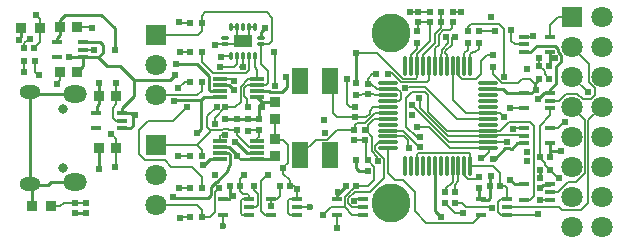
<source format=gbl>
%FSLAX44Y44*%
%MOMM*%
G71*
G01*
G75*
G04 Layer_Physical_Order=4*
G04 Layer_Color=16711680*
%ADD10R,0.7620X0.7620*%
%ADD11R,0.5000X0.2000*%
%ADD12R,0.7620X0.7620*%
%ADD13R,0.3000X0.3000*%
%ADD14R,1.3000X0.4500*%
%ADD15R,2.7940X0.7366*%
%ADD16R,0.6200X0.5700*%
%ADD17C,0.1500*%
%ADD18C,0.2540*%
%ADD19C,0.1524*%
%ADD20C,0.2000*%
%ADD21O,2.0000X1.4500*%
%ADD22O,1.8000X1.1500*%
%ADD23C,0.8000*%
%ADD24C,1.8000*%
%ADD25R,1.8000X1.8000*%
%ADD26C,1.8000*%
%ADD27R,1.8000X1.8000*%
%ADD28C,0.6100*%
%ADD29C,0.6000*%
%ADD30C,3.3000*%
%ADD31R,0.6000X0.5500*%
%ADD32R,0.9500X0.9500*%
%ADD33R,0.5500X0.6000*%
%ADD34R,0.9500X0.9500*%
%ADD35R,0.8500X0.3500*%
%ADD36R,1.5000X1.0000*%
%ADD37O,0.8000X0.3000*%
%ADD38O,0.3000X0.8000*%
%ADD39R,1.2500X0.3000*%
%ADD40O,0.3500X1.7500*%
%ADD41O,1.7500X0.3500*%
%ADD42R,0.9700X0.9600*%
%ADD43R,0.5700X0.6200*%
%ADD44R,1.4000X2.2000*%
%ADD45C,0.2032*%
D16*
X1675250Y1261050D02*
D03*
Y1251450D02*
D03*
X1684750Y1261050D02*
D03*
Y1251450D02*
D03*
X1632250D02*
D03*
Y1261050D02*
D03*
X1664480Y1115500D02*
D03*
Y1125100D02*
D03*
X1655730Y1115500D02*
D03*
Y1125100D02*
D03*
X1498250Y1177200D02*
D03*
Y1186800D02*
D03*
X1479417Y1177200D02*
D03*
Y1186800D02*
D03*
X1470000Y1196550D02*
D03*
Y1186950D02*
D03*
X1488833Y1196550D02*
D03*
Y1186950D02*
D03*
X1580250Y1207450D02*
D03*
Y1217050D02*
D03*
X1696500Y1231200D02*
D03*
Y1240800D02*
D03*
X1684750Y1127950D02*
D03*
Y1137550D02*
D03*
D17*
X1662250Y1277750D02*
X1669500D01*
X1661750Y1268750D02*
X1662250Y1269250D01*
X1661750Y1263500D02*
Y1268750D01*
X1660000Y1261750D02*
X1661750Y1263500D01*
X1654250Y1261750D02*
X1660000D01*
X1650500Y1258000D02*
X1654250Y1261750D01*
X1647730Y1259147D02*
X1652550Y1263967D01*
Y1269250D01*
X1647730Y1251480D02*
Y1259147D01*
X1637250Y1241000D02*
X1647730Y1251480D01*
X1650500Y1249750D02*
Y1258000D01*
X1637250Y1231750D02*
Y1241000D01*
X1647250Y1246500D02*
X1650500Y1249750D01*
X1647250Y1231750D02*
Y1246500D01*
X1712000Y1252780D02*
Y1261750D01*
Y1252780D02*
X1714750Y1250030D01*
X1709750Y1184500D02*
X1727750D01*
X1575500Y1196750D02*
X1580000D01*
X1572827Y1199423D02*
X1575500Y1196750D01*
X1572827Y1199423D02*
Y1221060D01*
X1659417Y1167000D02*
X1692000D01*
X1659415Y1167002D02*
X1659417Y1167000D01*
X1659415Y1167002D02*
Y1167473D01*
X1660500Y1162000D02*
X1692000D01*
X1642250Y1180250D02*
X1660500Y1162000D01*
X1632250Y1180250D02*
X1642250D01*
X1628079Y1198809D02*
X1659415Y1167473D01*
X1658805Y1172000D02*
X1692000D01*
X1634750Y1196055D02*
X1658805Y1172000D01*
X1657723Y1177000D02*
X1692000D01*
X1641730Y1192993D02*
X1657723Y1177000D01*
X1665750Y1187000D02*
X1692000D01*
X1634750Y1196055D02*
Y1204250D01*
X1618270Y1203520D02*
Y1209230D01*
X1634250Y1204750D02*
X1634750Y1204250D01*
X1702250Y1192000D02*
X1705500Y1188750D01*
X1692000Y1192000D02*
X1702250D01*
X1352000Y1116000D02*
X1352000Y1116000D01*
X1342500Y1116000D02*
X1352000D01*
X1570910Y1120827D02*
X1575363Y1125280D01*
X1570910Y1112090D02*
X1577270Y1105730D01*
X1579360Y1125280D02*
X1592280D01*
X1576850Y1112230D02*
X1586230D01*
X1573680Y1119600D02*
X1579360Y1125280D01*
X1573680Y1115400D02*
X1576850Y1112230D01*
X1570910Y1112090D02*
Y1120827D01*
X1573680Y1115400D02*
Y1119600D01*
X1578750Y1117500D02*
X1579980Y1118730D01*
X1586230D01*
X1576897Y1126770D02*
X1580320Y1130193D01*
X1576853Y1126770D02*
X1576897D01*
X1576590Y1126507D02*
X1576853Y1126770D01*
X1576590Y1126463D02*
Y1126507D01*
X1575407Y1125280D02*
X1576590Y1126463D01*
X1575363Y1125280D02*
X1575407D01*
X1592280D02*
X1604000Y1137000D01*
X1577270Y1105730D02*
X1586230D01*
X1580320Y1130193D02*
Y1130300D01*
X1590800D01*
X1616750Y1202000D02*
X1618270Y1203520D01*
X1607500Y1202000D02*
X1616750D01*
X1615500Y1212000D02*
X1618270Y1209230D01*
X1607500Y1212000D02*
X1615500D01*
X1590500Y1216750D02*
X1593250D01*
X1598000Y1212000D01*
X1607500D01*
X1572827Y1221060D02*
X1573687Y1221920D01*
X1632250Y1147250D02*
Y1156750D01*
X1677250Y1147250D02*
Y1157000D01*
X1676230Y1158020D02*
X1677250Y1157000D01*
X1735830Y1231670D02*
X1740250Y1227250D01*
Y1224817D02*
Y1227250D01*
Y1224817D02*
X1744330Y1220737D01*
Y1220630D02*
Y1220737D01*
X1735830Y1231670D02*
Y1231780D01*
X1736330Y1154170D02*
X1740750Y1149750D01*
Y1147617D02*
Y1149750D01*
Y1147617D02*
X1744830Y1143537D01*
Y1143430D02*
Y1143537D01*
X1736330Y1154170D02*
Y1154580D01*
X1620250Y1135250D02*
X1630500Y1125000D01*
X1613250Y1135250D02*
X1620250D01*
X1607500Y1141000D02*
X1613250Y1135250D01*
X1630500Y1108500D02*
Y1125000D01*
X1702240Y1130300D02*
Y1141260D01*
X1701000Y1108250D02*
Y1116750D01*
Y1108250D02*
X1703520Y1105730D01*
X1708150D01*
X1701000Y1116750D02*
X1702980Y1118730D01*
X1708150D01*
X1708500Y1119080D01*
X1736000Y1118000D02*
X1736430Y1118430D01*
X1745080D01*
X1713250Y1178250D02*
X1714247Y1179247D01*
X1722580D01*
X1702250Y1177000D02*
X1709750Y1184500D01*
X1692000Y1177000D02*
X1702250D01*
X1511250Y1243500D02*
X1512000Y1242750D01*
Y1215000D02*
Y1242750D01*
X1311500Y1224250D02*
X1312500D01*
X1309090Y1226660D02*
X1311500Y1224250D01*
X1309090Y1226660D02*
Y1235710D01*
X1303250Y1254500D02*
X1304750D01*
X1299750Y1251000D02*
X1303250Y1254500D01*
X1299750Y1246750D02*
Y1251000D01*
X1349250Y1245500D02*
X1358750D01*
X1359000Y1245250D01*
X1313150Y1251650D02*
Y1263500D01*
X1308250Y1246750D02*
X1313150Y1251650D01*
X1333000Y1116000D02*
X1342500D01*
X1329750Y1112750D02*
X1333000Y1116000D01*
X1322150Y1112750D02*
X1329750D01*
X1377580Y1162090D02*
Y1170170D01*
X1374000Y1173750D02*
X1377580Y1170170D01*
X1373000Y1173750D02*
X1374000D01*
X1377580Y1146830D02*
Y1162090D01*
X1482530Y1136030D02*
X1485750Y1139250D01*
X1482530Y1130300D02*
Y1136030D01*
Y1125470D02*
X1484500Y1123500D01*
X1482530Y1125470D02*
Y1130300D01*
X1484500Y1123500D02*
X1488500D01*
X1489710Y1122290D01*
Y1118870D02*
Y1122290D01*
X1484120Y1105870D02*
X1484125Y1105875D01*
X1483000Y1107000D02*
X1484125Y1105875D01*
X1483000Y1107000D02*
Y1117500D01*
X1484120Y1105870D02*
X1489710D01*
X1483000Y1117500D02*
X1484370Y1118870D01*
X1489710D01*
X1524440Y1130300D02*
Y1135060D01*
X1519000Y1140500D02*
X1524440Y1135060D01*
X1519000Y1140500D02*
Y1145250D01*
X1508350Y1118870D02*
X1508480Y1119000D01*
X1513750D01*
X1515940Y1121190D01*
Y1130300D01*
X1523000Y1117750D02*
X1524120Y1118870D01*
X1523000Y1107250D02*
Y1117750D01*
Y1107250D02*
X1524380Y1105870D01*
X1530350D01*
X1524120Y1118870D02*
X1530350D01*
Y1127900D01*
X1527950Y1130300D02*
X1530350Y1127900D01*
X1524440Y1130300D02*
X1527950D01*
X1519000Y1145250D02*
Y1145750D01*
X1522750Y1149500D01*
Y1165000D01*
X1518500Y1169250D02*
X1522750Y1165000D01*
X1512250Y1169250D02*
X1518500D01*
X1511750Y1169750D02*
X1512250Y1169250D01*
X1511750Y1169750D02*
Y1186500D01*
X1476250Y1220250D02*
X1477250Y1219250D01*
X1465210Y1220250D02*
X1476250D01*
X1460750Y1249750D02*
X1461000Y1250000D01*
X1470000D01*
X1480000Y1257500D02*
X1485000Y1252500D01*
X1480000Y1257500D02*
Y1265000D01*
X1485000Y1252500D02*
X1490000Y1257500D01*
Y1265000D01*
X1475000D02*
X1480000D01*
X1490000D02*
X1495000D01*
X1482500Y1250000D02*
X1485000Y1252500D01*
X1470000Y1250000D02*
X1482500D01*
X1377580Y1206500D02*
Y1217420D01*
Y1199080D02*
Y1206500D01*
X1375000Y1196500D02*
X1377580Y1199080D01*
X1375000Y1188000D02*
Y1196500D01*
Y1188000D02*
X1377500Y1185500D01*
X1382500D01*
X1327000Y1216500D02*
X1330000Y1219500D01*
Y1227000D01*
X1299490Y1226760D02*
X1299500Y1226750D01*
X1299490Y1226760D02*
Y1235710D01*
X1299750Y1235970D01*
X1356500Y1264500D02*
X1356750Y1264250D01*
X1344500Y1264500D02*
X1356500D01*
X1310000Y1275000D02*
X1313150Y1271850D01*
Y1263500D02*
Y1271850D01*
X1462571Y1196558D02*
Y1197308D01*
X1465500Y1231000D02*
X1477250D01*
X1482250D02*
X1485000Y1233750D01*
Y1240000D01*
X1466000Y1239250D02*
X1466750Y1240000D01*
X1475000D01*
X1490000Y1228250D02*
Y1240000D01*
X1402000Y1151750D02*
X1418500D01*
X1470000Y1196550D02*
X1478050D01*
X1449800Y1210800D02*
Y1218500D01*
X1446202Y1207202D02*
X1449800Y1210800D01*
X1396500Y1157250D02*
Y1177250D01*
Y1157250D02*
X1402000Y1151750D01*
X1418500D02*
X1424000Y1146250D01*
X1441250D01*
X1449800Y1137700D01*
Y1128750D02*
Y1137700D01*
Y1243500D02*
X1450050Y1243250D01*
X1495000Y1230500D02*
Y1240000D01*
X1509750Y1252500D02*
Y1272250D01*
X1505000Y1277000D02*
X1509750Y1272250D01*
X1453000Y1277000D02*
X1505000D01*
X1449800Y1268250D02*
Y1273800D01*
X1453000Y1277000D01*
X1507250Y1250000D02*
X1509750Y1252500D01*
X1500000Y1250000D02*
X1507250D01*
X1500000Y1233250D02*
X1506000Y1227250D01*
Y1217000D02*
Y1227250D01*
X1504250Y1215250D02*
X1506000Y1217000D01*
X1496790Y1215250D02*
X1504250D01*
X1500000Y1233250D02*
Y1250000D01*
X1449800Y1103500D02*
Y1109950D01*
X1445550Y1114200D02*
X1449800Y1109950D01*
X1411054Y1114200D02*
X1445550D01*
X1411054Y1165000D02*
X1445750D01*
X1449800Y1160950D01*
Y1155750D02*
Y1160950D01*
X1411054Y1258002D02*
X1411056Y1258000D01*
X1446500D01*
X1449800Y1261300D01*
Y1268250D01*
X1430500Y1268500D02*
X1430750Y1268250D01*
X1440200D01*
X1431250Y1243500D02*
X1440200D01*
X1439700Y1155250D02*
X1440200Y1155750D01*
X1429750Y1155250D02*
X1439700D01*
X1430750Y1128750D02*
X1440200D01*
X1431500Y1103000D02*
X1432000Y1103500D01*
X1440200D01*
X1464250Y1128000D02*
X1464500D01*
X1461250Y1125000D02*
X1464250Y1128000D01*
X1461250Y1108000D02*
Y1125000D01*
X1456750Y1103500D02*
X1461250Y1108000D01*
X1449800Y1103500D02*
X1456750D01*
X1677750Y1267250D02*
X1701500D01*
X1675250Y1264750D02*
X1677750Y1267250D01*
X1675250Y1261050D02*
Y1264750D01*
X1684750Y1261050D02*
X1684800Y1261000D01*
X1698250D01*
X1695000Y1112000D02*
X1695250Y1111750D01*
X1662250Y1133750D02*
Y1147250D01*
X1667250Y1134000D02*
Y1147250D01*
X1489450Y1177200D02*
X1498250D01*
X1488750Y1176500D02*
X1489450Y1177200D01*
X1607500Y1225750D02*
X1607750Y1225500D01*
X1611332D01*
X1642250Y1219500D02*
Y1231750D01*
X1488520Y1196863D02*
X1488833Y1196550D01*
X1496790Y1167750D02*
Y1170290D01*
X1498250Y1171750D01*
Y1177200D01*
X1647250Y1231750D02*
X1647770Y1232270D01*
X1675250Y1245500D02*
Y1251450D01*
X1672250Y1242500D02*
X1675250Y1245500D01*
X1684250Y1250950D02*
X1684750Y1251450D01*
X1684250Y1246250D02*
Y1250950D01*
X1681500Y1243500D02*
X1684250Y1246250D01*
X1679250Y1243500D02*
X1681500D01*
X1677250Y1241500D02*
X1679250Y1243500D01*
X1677250Y1231750D02*
Y1241500D01*
X1620500Y1177000D02*
X1634250Y1163250D01*
X1607500Y1141000D02*
Y1162000D01*
X1556270Y1169270D02*
X1564250Y1177250D01*
X1561000Y1191500D02*
Y1211750D01*
Y1191500D02*
X1564250Y1188250D01*
X1580000D01*
X1596000Y1187000D02*
X1607500D01*
X1588250Y1183250D02*
X1597000Y1192000D01*
X1607500D01*
X1580000Y1188250D02*
X1589250D01*
X1592000Y1191000D01*
Y1193750D01*
X1595250Y1197000D01*
X1607500D01*
X1580250Y1207450D02*
X1580700Y1207000D01*
X1584750D01*
X1586000Y1208250D01*
X1590500D01*
X1590500Y1208250D01*
X1595000D01*
X1596250Y1207000D01*
X1607500D01*
X1627250Y1231750D02*
Y1241250D01*
X1672250Y1231750D02*
Y1242500D01*
X1621583Y1172000D02*
X1624750Y1168833D01*
Y1162500D02*
Y1168833D01*
X1607500Y1172000D02*
X1621583D01*
X1634250Y1162000D02*
Y1163250D01*
X1607500Y1177000D02*
X1620500D01*
X1624750Y1162500D02*
X1625250Y1162000D01*
X1493750Y1126750D02*
X1497500Y1123000D01*
X1495620Y1112370D02*
X1497500Y1114250D01*
X1489710Y1112370D02*
X1495620D01*
X1493750Y1126750D02*
Y1130250D01*
X1503630Y1105870D02*
X1508350D01*
X1500500Y1109000D02*
X1503630Y1105870D01*
X1505500Y1139500D02*
X1506250D01*
X1500500Y1134500D02*
X1505500Y1139500D01*
X1607250Y1167250D02*
X1607500Y1167000D01*
X1723043Y1195750D02*
X1723080Y1195713D01*
X1711000Y1195750D02*
X1723043D01*
X1707750Y1166750D02*
X1708000D01*
X1707500Y1167000D02*
X1707750Y1166750D01*
X1692000Y1167000D02*
X1707500D01*
X1722327Y1173000D02*
X1722580Y1172747D01*
X1467710Y1105870D02*
X1467750Y1105830D01*
Y1096500D02*
Y1105830D01*
X1530350Y1112370D02*
X1530480Y1112500D01*
X1541750D01*
X1564230Y1105730D02*
X1564500Y1105460D01*
Y1094750D02*
Y1105460D01*
X1744580Y1256530D02*
X1744860Y1256250D01*
X1478050Y1196550D02*
X1482750Y1201250D01*
X1590500Y1216750D02*
Y1221000D01*
X1594250Y1224750D01*
X1597750D01*
X1580500Y1243000D02*
X1598250D01*
X1630980Y1220980D02*
X1632250Y1222250D01*
Y1231750D01*
X1580000Y1177250D02*
Y1181500D01*
X1581750Y1183250D01*
X1588250D01*
X1564250Y1177250D02*
X1580000D01*
Y1168750D02*
X1580000Y1168750D01*
X1598250Y1243000D02*
X1620270Y1220980D01*
X1630980D01*
X1611332Y1225500D02*
X1618622Y1218210D01*
X1632000Y1171250D02*
X1634500D01*
X1632250Y1156750D02*
X1633520Y1158020D01*
X1676230D01*
X1589000Y1153050D02*
X1590300Y1151750D01*
X1589000Y1153050D02*
Y1168750D01*
X1580000D02*
X1589000D01*
X1590750Y1181750D02*
X1596000Y1187000D01*
X1559340Y1112090D02*
X1570910D01*
X1552750Y1105500D02*
X1559340Y1112090D01*
X1590300Y1151700D02*
Y1151750D01*
X1590800Y1130300D02*
X1595750Y1135250D01*
Y1146250D01*
X1590300Y1151700D02*
X1595750Y1146250D01*
X1588500Y1177250D02*
X1588607D01*
X1596730Y1160439D02*
Y1163562D01*
X1588607Y1177250D02*
X1593960Y1171897D01*
Y1159291D02*
Y1171897D01*
Y1159291D02*
X1598250Y1155001D01*
X1596730Y1163562D02*
X1600418Y1167250D01*
X1607250D01*
X1598250Y1151000D02*
X1598500D01*
X1598750Y1151250D01*
X1600849Y1156320D02*
X1600850D01*
X1596730Y1160439D02*
X1600849Y1156320D01*
X1600850D02*
X1604000Y1153170D01*
Y1137000D02*
Y1153170D01*
X1590750Y1177250D02*
Y1181750D01*
X1639250Y1213500D02*
X1665750Y1187000D01*
X1641730Y1192993D02*
Y1206770D01*
X1625000Y1213500D02*
X1639250D01*
X1627820Y1209820D02*
X1638680D01*
X1641730Y1206770D01*
X1622930Y1204930D02*
X1627820Y1209820D01*
X1622930Y1180320D02*
X1632000Y1171250D01*
X1622930Y1180320D02*
Y1204930D01*
X1598250Y1151000D02*
Y1155001D01*
X1497500Y1114250D02*
Y1123000D01*
X1500500Y1109000D02*
Y1134500D01*
X1508350Y1112900D02*
Y1118870D01*
Y1112900D02*
X1508500Y1112750D01*
X1449800Y1235450D02*
Y1243500D01*
Y1235450D02*
X1459750Y1225500D01*
X1435511Y1218500D02*
X1440200D01*
X1430070Y1213059D02*
X1435511Y1218500D01*
X1377500Y1217500D02*
X1377580Y1217420D01*
X1396500Y1177250D02*
X1404250Y1185000D01*
X1425250D01*
X1495000Y1230500D02*
X1497000Y1228500D01*
X1496790Y1220250D02*
X1497000Y1220460D01*
X1477250Y1231000D02*
X1480000Y1233750D01*
Y1240000D01*
X1497000Y1220460D02*
Y1228500D01*
X1459750Y1225500D02*
X1487250D01*
X1490000Y1228250D01*
X1485750Y1206250D02*
Y1212750D01*
X1488250Y1215250D01*
X1496790D01*
X1482750Y1201250D02*
Y1213750D01*
X1489250Y1220250D01*
X1496790D01*
X1488520Y1196863D02*
Y1203480D01*
X1485750Y1206250D02*
X1488520Y1203480D01*
X1454500Y1189237D02*
X1462571Y1197308D01*
X1454500Y1180000D02*
Y1189237D01*
Y1180000D02*
X1457625Y1176875D01*
X1445750Y1165000D02*
X1457625Y1176875D01*
X1461000Y1187550D02*
X1470000Y1196550D01*
X1461000Y1182250D02*
Y1187550D01*
X1457950Y1177200D02*
X1457970Y1177180D01*
X1479397D02*
X1479417Y1177200D01*
X1490250Y1162750D02*
X1496790D01*
X1677250Y1147250D02*
X1696250D01*
X1702240Y1141260D01*
X1735830Y1231780D02*
Y1238420D01*
X1686500Y1153500D02*
X1688000D01*
X1693000Y1158500D01*
Y1161000D01*
X1692000Y1162000D02*
X1693000Y1161000D01*
X1708000Y1166750D02*
X1708083Y1166833D01*
Y1167557D01*
X1692000Y1172000D02*
X1693000Y1173000D01*
X1722327D01*
X1479417Y1173583D02*
Y1177200D01*
Y1173583D02*
X1490250Y1162750D01*
X1457970Y1177180D02*
X1466760D01*
X1467900Y1178320D01*
X1472100D01*
X1473240Y1177180D01*
X1479397D01*
X1465210Y1167750D02*
Y1172210D01*
X1466250Y1173250D01*
X1470000D01*
X1708150Y1105730D02*
X1733730D01*
X1734500Y1106500D01*
X1702240Y1130300D02*
X1706450D01*
X1708500Y1128250D01*
Y1119080D02*
Y1128250D01*
X1376500Y1145750D02*
X1377580Y1146830D01*
X1411054Y1207202D02*
X1446202D01*
X1425250Y1185000D02*
X1437250Y1197000D01*
X1618622Y1218210D02*
X1640960D01*
X1642250Y1219500D01*
X1632250Y1246250D02*
Y1251450D01*
X1627250Y1241250D02*
X1632250Y1246250D01*
Y1231750D02*
Y1241750D01*
X1734750Y1239500D02*
X1736500D01*
X1734750D02*
X1735830Y1238420D01*
Y1238830D02*
X1736500Y1239500D01*
X1722580Y1256530D02*
X1730280D01*
X1730500Y1256750D01*
X1626500Y1277750D02*
X1632750D01*
X1642950Y1252450D02*
Y1269250D01*
X1632250Y1241750D02*
X1642950Y1252450D01*
X1632750Y1269250D02*
X1642950D01*
X1632750Y1261550D02*
Y1269250D01*
X1632250Y1261050D02*
X1632750Y1261550D01*
X1633000Y1277500D02*
X1642950D01*
X1632750Y1277750D02*
X1633000Y1277500D01*
X1652550Y1269250D02*
Y1277500D01*
X1714750Y1250030D02*
X1722580D01*
X1630500Y1108500D02*
X1640070Y1098930D01*
X1727750Y1184500D02*
X1731265Y1180985D01*
X1662250Y1210500D02*
Y1231750D01*
X1673500Y1192000D02*
X1692000D01*
X1662250Y1203250D02*
X1673500Y1192000D01*
X1662250Y1203250D02*
Y1210500D01*
X1662250Y1210500D01*
X1744580Y1256530D02*
Y1266330D01*
X1751750Y1273500D01*
X1763250D01*
X1744580Y1179247D02*
X1751747D01*
X1756000Y1183500D01*
X1723080Y1118430D02*
X1728180D01*
X1731265Y1121515D01*
Y1180985D01*
X1708150Y1112230D02*
X1752520D01*
X1754670Y1110080D01*
X1771330D01*
X1777250Y1116000D01*
Y1185900D02*
X1788650Y1197300D01*
X1745080Y1124930D02*
X1751495D01*
X1763250Y1197300D02*
X1774270Y1186280D01*
X1751495Y1124930D02*
X1760065Y1133500D01*
X1767000D01*
X1774270Y1140770D01*
X1752579Y1202213D02*
X1758685Y1208320D01*
X1767815D01*
X1745080Y1202213D02*
X1752579D01*
X1777250Y1116000D02*
Y1185900D01*
X1774270Y1140770D02*
Y1186280D01*
X1736330Y1154580D02*
Y1181080D01*
X1745080Y1189830D01*
Y1195713D01*
X1767815Y1208320D02*
X1772567Y1203567D01*
X1779067D01*
X1782500Y1207000D01*
Y1213265D01*
X1777630Y1218135D02*
X1782500Y1213265D01*
X1777630Y1218135D02*
Y1233720D01*
X1763250Y1248100D02*
X1777630Y1233720D01*
X1776700Y1209250D02*
X1776750D01*
X1763250Y1222700D02*
X1776700Y1209250D01*
X1744830Y1143430D02*
X1751510Y1136750D01*
X1752500D01*
X1664480Y1131230D02*
X1667250Y1134000D01*
X1664480Y1125100D02*
Y1131230D01*
X1655730Y1127230D02*
X1662250Y1133750D01*
X1655730Y1125100D02*
Y1127230D01*
X1664480Y1115500D02*
X1670230D01*
X1655730Y1115443D02*
Y1115500D01*
Y1115443D02*
X1663923Y1107250D01*
X1671000D01*
X1672250Y1139000D02*
Y1147250D01*
Y1139000D02*
X1675250Y1136000D01*
X1683200D01*
X1684750Y1137550D01*
X1640070Y1098930D02*
X1679350D01*
X1686150Y1105730D01*
X1670230Y1115500D02*
X1673730Y1112000D01*
X1695000D01*
X1701500Y1267250D02*
X1705750Y1263000D01*
Y1222250D02*
Y1263000D01*
Y1222250D02*
X1706060Y1222560D01*
X1706083D01*
X1533250Y1156250D02*
X1546270Y1169270D01*
X1556270D01*
D18*
X1744580Y1154830D02*
X1744830Y1154580D01*
X1731750Y1216550D02*
X1735830Y1220630D01*
X1304900Y1131890D02*
Y1209390D01*
X1479417Y1186800D02*
X1498250D01*
X1330000Y1258250D02*
Y1264500D01*
X1327250Y1255500D02*
X1330000Y1258250D01*
X1327250Y1252000D02*
Y1255500D01*
X1349250Y1239000D02*
X1362500D01*
X1337500D02*
X1349250D01*
X1296850Y1255850D02*
Y1263500D01*
X1304900Y1209390D02*
X1306400Y1207890D01*
X1342900D01*
X1305850Y1130940D02*
X1306040Y1130750D01*
X1304900Y1131890D02*
X1305850Y1130940D01*
X1306040Y1130750D02*
X1320000D01*
X1322640Y1133390D01*
X1342900D01*
X1305850Y1112750D02*
Y1130940D01*
X1470150Y1186800D02*
X1479417D01*
X1470000Y1186950D02*
X1470150Y1186800D01*
X1498000Y1187050D02*
X1498250Y1186800D01*
X1496790Y1205250D02*
X1501040Y1201000D01*
X1344500Y1227000D02*
X1349250Y1231750D01*
Y1239000D01*
X1382500Y1179000D02*
X1389500D01*
X1391500Y1181000D01*
Y1190250D01*
X1389750Y1192000D02*
X1391500Y1190250D01*
X1382500Y1192000D02*
X1389750D01*
X1382500Y1192000D02*
X1382500Y1192000D01*
X1391500Y1190250D02*
X1392750D01*
X1393000Y1190500D01*
X1342500Y1107500D02*
X1352250D01*
X1352250Y1107500D01*
X1496790Y1152750D02*
X1509250D01*
X1511750Y1155250D01*
X1482250Y1152750D02*
X1496790D01*
X1465210Y1215250D02*
X1473345D01*
X1474935Y1213660D01*
X1475090D01*
X1477500Y1211250D01*
X1580250Y1217050D02*
Y1242750D01*
X1580500Y1243000D01*
X1500000Y1255000D02*
Y1260250D01*
X1503500Y1263750D01*
X1363080Y1199580D02*
Y1206500D01*
X1361000Y1197500D02*
X1363080Y1199580D01*
X1361000Y1192500D02*
Y1197500D01*
X1360500Y1192000D02*
X1361000Y1192500D01*
X1363080Y1144580D02*
Y1162090D01*
X1363000Y1144500D02*
X1363080Y1144580D01*
Y1206500D02*
Y1216830D01*
X1363250Y1217000D01*
X1457500Y1210250D02*
X1465210D01*
X1456000Y1211750D02*
X1457500Y1210250D01*
X1456000Y1211750D02*
Y1223250D01*
X1445750Y1233500D02*
X1456000Y1223250D01*
X1428250Y1233500D02*
X1445750D01*
X1423010Y1220000D02*
X1427320Y1224310D01*
X1362500Y1239000D02*
X1366250Y1242750D01*
X1349250Y1252000D02*
X1363500D01*
X1366250Y1249250D01*
Y1242750D02*
Y1249250D01*
X1382500Y1192000D02*
Y1196000D01*
X1392750Y1220000D02*
X1423010D01*
X1362500Y1239000D02*
X1369500Y1232000D01*
X1380750D01*
X1392750Y1220000D01*
Y1206250D02*
Y1220000D01*
X1382500Y1196000D02*
X1392750Y1206250D01*
X1693740Y1119990D02*
Y1130300D01*
X1692250Y1118500D02*
X1693740Y1119990D01*
X1686380Y1118500D02*
X1692250D01*
X1686150Y1118730D02*
X1686380Y1118500D01*
X1715070Y1131430D02*
X1723080D01*
X1711250Y1135250D02*
X1715070Y1131430D01*
X1693740Y1130300D02*
Y1137740D01*
X1694750Y1138750D01*
X1330000Y1264500D02*
Y1270500D01*
X1334500Y1275000D01*
X1501040Y1201000D02*
X1511750D01*
X1456500Y1152750D02*
X1465210D01*
X1451556Y1147806D02*
X1456500Y1152750D01*
X1449590Y1178590D02*
Y1202590D01*
X1446000Y1175000D02*
X1449590Y1178590D01*
X1376250Y1245000D02*
Y1263500D01*
X1364750Y1275000D02*
X1376250Y1263500D01*
X1334500Y1275000D02*
X1364750D01*
X1449590Y1202590D02*
X1452250Y1205250D01*
X1465210D01*
X1498000Y1187050D02*
Y1197960D01*
X1501040Y1201000D01*
X1467710Y1118870D02*
X1472620D01*
X1474030Y1120280D01*
X1488250Y1157750D02*
X1496790D01*
X1455500Y1120250D02*
X1457960Y1122710D01*
Y1129365D02*
X1462185Y1133590D01*
X1457960Y1122710D02*
Y1129365D01*
X1462185Y1133590D02*
X1462496D01*
X1426500Y1120250D02*
X1455500D01*
X1426000Y1120750D02*
X1426500Y1120250D01*
X1474030Y1120280D02*
Y1130300D01*
X1564230Y1118730D02*
Y1122710D01*
X1517910Y1209410D02*
X1522000Y1213500D01*
Y1222250D01*
X1521500Y1222750D02*
X1522000Y1222250D01*
X1496790Y1210250D02*
X1506660D01*
X1507500Y1209410D01*
X1517910D01*
X1744330Y1231780D02*
X1744580Y1232030D01*
X1717247Y1166247D02*
X1722580D01*
X1712750Y1161750D02*
X1717247Y1166247D01*
X1706435Y1161840D02*
X1711065D01*
X1711156Y1161750D02*
X1712750D01*
X1711065Y1161840D02*
X1711156Y1161750D01*
X1696250Y1153250D02*
X1697845D01*
X1706435Y1161840D01*
X1739713Y1208713D02*
X1745080D01*
X1734750Y1203750D02*
X1739713Y1208713D01*
X1744615Y1130965D02*
X1745080Y1131430D01*
X1738642Y1130965D02*
X1744615D01*
X1583250Y1142750D02*
X1590500D01*
X1580700Y1145300D02*
X1583250Y1142750D01*
X1580700Y1145300D02*
Y1151750D01*
X1722580Y1243530D02*
X1728030D01*
X1733500Y1249000D01*
X1472500Y1146500D02*
X1474160Y1148160D01*
X1472500Y1143595D02*
Y1146500D01*
X1462496Y1133590D02*
X1472500Y1143595D01*
X1465210Y1162750D02*
X1465210Y1162750D01*
X1477750Y1167250D02*
X1478750D01*
X1488250Y1157750D01*
X1465210Y1162750D02*
X1473138D01*
X1479750Y1156138D01*
X1465210Y1157750D02*
X1472750D01*
X1474160Y1156340D01*
Y1148160D02*
Y1156340D01*
X1426820Y1201809D02*
X1427601Y1202590D01*
X1692000Y1212000D02*
X1705250D01*
X1708537Y1208713D01*
X1723080D01*
X1564230Y1122710D02*
X1571820Y1130300D01*
X1647250Y1109000D02*
X1652250Y1104000D01*
X1647250Y1109000D02*
Y1147250D01*
X1736000Y1128323D02*
X1738642Y1130965D01*
X1723080Y1208713D02*
X1728963D01*
X1731750Y1211500D01*
X1744580Y1232030D02*
Y1237500D01*
Y1243530D01*
X1745330Y1238250D02*
X1749250D01*
X1744580Y1237500D02*
X1745330Y1238250D01*
X1733500Y1249000D02*
X1748702D01*
X1749060Y1238060D02*
X1749250Y1238250D01*
X1748835Y1238060D02*
X1749060D01*
X1748702Y1249000D02*
X1751710Y1245992D01*
Y1243320D02*
Y1245992D01*
X1745080Y1208713D02*
Y1212038D01*
X1749620Y1216578D01*
Y1230940D01*
X1754425Y1235745D01*
Y1240605D01*
X1751710Y1243320D02*
X1754425Y1240605D01*
X1736306Y1136555D02*
X1736335D01*
X1736306D02*
X1736330Y1136580D01*
Y1143430D01*
X1744580Y1160000D02*
X1753750D01*
X1744580Y1154830D02*
Y1160000D01*
Y1166247D01*
X1427601Y1202590D02*
X1449590D01*
X1451321Y1147806D02*
X1451556D01*
X1684750Y1120130D02*
Y1127950D01*
Y1120130D02*
X1686150Y1118730D01*
X1731750Y1211500D02*
Y1216550D01*
D19*
X1652250Y1231750D02*
Y1241311D01*
X1653226Y1242287D01*
Y1245512D01*
X1656414Y1256250D02*
X1658202D01*
X1658702Y1255750D01*
X1657250Y1231750D02*
Y1241311D01*
X1656274Y1242287D02*
Y1244250D01*
Y1242287D02*
X1657250Y1241311D01*
X1661750Y1255750D02*
X1662250Y1256250D01*
X1664038D01*
X1653226Y1245512D02*
X1658702Y1250988D01*
Y1255750D01*
X1656274Y1244250D02*
X1661750Y1249726D01*
Y1255750D01*
X1696500Y1224956D02*
Y1231200D01*
Y1224956D02*
X1703978Y1217478D01*
X1717728D02*
X1720750Y1220500D01*
X1703978Y1217478D02*
X1717728D01*
X1720750Y1220500D02*
X1727800D01*
X1731750Y1216550D01*
D21*
X1342900Y1207890D02*
D03*
Y1133390D02*
D03*
D22*
X1304900Y1209390D02*
D03*
Y1131890D02*
D03*
D23*
X1332400Y1195640D02*
D03*
Y1145640D02*
D03*
D24*
X1411054Y1207202D02*
D03*
Y1232602D02*
D03*
Y1114200D02*
D03*
Y1139600D02*
D03*
D25*
Y1258002D02*
D03*
Y1165000D02*
D03*
D26*
X1788650Y1095700D02*
D03*
X1763250D02*
D03*
X1788650Y1121100D02*
D03*
X1763250D02*
D03*
X1788650Y1146500D02*
D03*
X1763250D02*
D03*
X1788650Y1171900D02*
D03*
X1763250D02*
D03*
X1788650Y1197300D02*
D03*
X1763250D02*
D03*
X1788650Y1222700D02*
D03*
X1763250D02*
D03*
X1788650Y1248100D02*
D03*
X1763250D02*
D03*
X1788650Y1273500D02*
D03*
D27*
X1763250D02*
D03*
D28*
X1669500Y1277750D02*
D03*
X1705500Y1188750D02*
D03*
X1352000Y1116000D02*
D03*
X1578750Y1117500D02*
D03*
X1572827Y1221060D02*
D03*
X1553500Y1186250D02*
D03*
X1736000Y1118000D02*
D03*
X1713250Y1178250D02*
D03*
X1512000Y1215000D02*
D03*
X1359000Y1245250D02*
D03*
X1337500Y1239000D02*
D03*
X1294813Y1253811D02*
D03*
X1304750Y1254500D02*
D03*
X1376500Y1145750D02*
D03*
X1530350Y1127900D02*
D03*
X1519000Y1145250D02*
D03*
X1477250Y1219250D02*
D03*
X1460750Y1249750D02*
D03*
X1327000Y1216500D02*
D03*
X1299500Y1226750D02*
D03*
X1356750Y1264250D02*
D03*
X1310000Y1275000D02*
D03*
X1312500Y1224250D02*
D03*
X1511250Y1243500D02*
D03*
X1465500Y1231000D02*
D03*
X1466000Y1239250D02*
D03*
X1430500Y1268500D02*
D03*
X1431250Y1243500D02*
D03*
X1429750Y1155250D02*
D03*
X1430750Y1128750D02*
D03*
X1431500Y1103000D02*
D03*
X1464500Y1128000D02*
D03*
X1698250Y1261000D02*
D03*
X1695250Y1111750D02*
D03*
X1488750Y1176500D02*
D03*
X1607500Y1224750D02*
D03*
X1695000Y1273500D02*
D03*
X1711000Y1195750D02*
D03*
X1590500Y1142750D02*
D03*
X1625250Y1162000D02*
D03*
X1493750Y1130250D02*
D03*
X1506250Y1139500D02*
D03*
X1564500Y1094750D02*
D03*
X1393000Y1190500D02*
D03*
X1352250Y1107500D02*
D03*
X1477500Y1211250D02*
D03*
X1501250Y1196750D02*
D03*
X1479750Y1155250D02*
D03*
X1460750Y1139750D02*
D03*
X1597750Y1224750D02*
D03*
X1580500Y1243000D02*
D03*
X1503500Y1263750D02*
D03*
X1622079Y1213059D02*
D03*
X1634500Y1171250D02*
D03*
X1628000Y1190340D02*
D03*
X1632250Y1180250D02*
D03*
X1634830Y1163307D02*
D03*
X1552750Y1105500D02*
D03*
X1598750Y1151250D02*
D03*
X1634250Y1204750D02*
D03*
X1628079Y1198809D02*
D03*
X1363000Y1144500D02*
D03*
X1363250Y1217000D02*
D03*
X1508500Y1112750D02*
D03*
X1426000Y1120750D02*
D03*
X1428250Y1233500D02*
D03*
X1377500Y1217500D02*
D03*
X1711250Y1135250D02*
D03*
X1376250Y1245000D02*
D03*
X1446000Y1175000D02*
D03*
X1476750Y1121250D02*
D03*
X1485750Y1139250D02*
D03*
X1686500Y1153500D02*
D03*
X1694750Y1138750D02*
D03*
X1521500Y1222750D02*
D03*
X1696250Y1153250D02*
D03*
X1708083Y1167557D02*
D03*
X1477750Y1167250D02*
D03*
X1470000Y1173250D02*
D03*
X1734500Y1106500D02*
D03*
X1373000Y1173750D02*
D03*
X1427320Y1224310D02*
D03*
X1430070Y1213059D02*
D03*
X1426820Y1201809D02*
D03*
X1735830Y1238830D02*
D03*
X1725500Y1228750D02*
D03*
X1730500Y1256750D02*
D03*
X1626500Y1277750D02*
D03*
X1484500Y1231000D02*
D03*
X1656414Y1256250D02*
D03*
X1664038D02*
D03*
X1712000Y1261750D02*
D03*
X1652250Y1104000D02*
D03*
X1725500Y1158500D02*
D03*
X1725364Y1151130D02*
D03*
X1732750Y1211750D02*
D03*
X1734750Y1203750D02*
D03*
X1748835Y1238060D02*
D03*
X1736335Y1128323D02*
D03*
Y1136555D02*
D03*
X1753750Y1160000D02*
D03*
X1757500Y1184250D02*
D03*
X1776750Y1209250D02*
D03*
X1752500Y1136750D02*
D03*
X1462571Y1196558D02*
D03*
X1437250Y1197000D02*
D03*
X1461000Y1182250D02*
D03*
X1451321Y1147806D02*
D03*
X1671000Y1107250D02*
D03*
X1706083Y1222560D02*
D03*
X1554326Y1174557D02*
D03*
D29*
X1541750Y1112500D02*
D03*
X1467750Y1096500D02*
D03*
X1565000Y1124750D02*
D03*
D30*
X1610000Y1115500D02*
D03*
Y1260000D02*
D03*
D31*
X1662250Y1269250D02*
D03*
Y1277750D02*
D03*
X1590500Y1216750D02*
D03*
Y1208250D02*
D03*
X1579250Y1177250D02*
D03*
Y1168750D02*
D03*
X1580000Y1188250D02*
D03*
Y1196750D02*
D03*
X1588500Y1177250D02*
D03*
Y1168750D02*
D03*
X1632750Y1269250D02*
D03*
Y1277750D02*
D03*
X1342500Y1107500D02*
D03*
Y1116000D02*
D03*
D32*
X1363080Y1162090D02*
D03*
X1377580D02*
D03*
X1363080Y1206500D02*
D03*
X1377580D02*
D03*
X1344500Y1227000D02*
D03*
X1330000D02*
D03*
Y1264500D02*
D03*
X1344500D02*
D03*
D33*
X1736330Y1154580D02*
D03*
X1744830D02*
D03*
X1702240Y1130300D02*
D03*
X1693740D02*
D03*
X1524440D02*
D03*
X1515940D02*
D03*
X1580320D02*
D03*
X1571820D02*
D03*
X1482530D02*
D03*
X1474030D02*
D03*
X1299750Y1246750D02*
D03*
X1308250D02*
D03*
X1736330Y1143430D02*
D03*
X1744830D02*
D03*
X1744330Y1220630D02*
D03*
X1735830D02*
D03*
Y1231780D02*
D03*
X1744330D02*
D03*
D34*
X1511750Y1201000D02*
D03*
Y1186500D02*
D03*
Y1155250D02*
D03*
Y1169750D02*
D03*
D35*
X1360500Y1192000D02*
D03*
Y1179000D02*
D03*
X1382500D02*
D03*
Y1185500D02*
D03*
Y1192000D02*
D03*
X1686150Y1118730D02*
D03*
Y1105730D02*
D03*
X1708150D02*
D03*
Y1112230D02*
D03*
Y1118730D02*
D03*
X1467710Y1118870D02*
D03*
Y1105870D02*
D03*
X1489710D02*
D03*
Y1112370D02*
D03*
Y1118870D02*
D03*
X1564230Y1118730D02*
D03*
Y1105730D02*
D03*
X1586230D02*
D03*
Y1112230D02*
D03*
Y1118730D02*
D03*
X1327250Y1252000D02*
D03*
Y1239000D02*
D03*
X1349250D02*
D03*
Y1245500D02*
D03*
Y1252000D02*
D03*
X1723080Y1208713D02*
D03*
Y1195713D02*
D03*
X1745080D02*
D03*
Y1202213D02*
D03*
Y1208713D02*
D03*
X1723080Y1131430D02*
D03*
Y1118430D02*
D03*
X1745080D02*
D03*
Y1124930D02*
D03*
Y1131430D02*
D03*
X1744580Y1243530D02*
D03*
Y1256530D02*
D03*
X1722580D02*
D03*
Y1250030D02*
D03*
Y1243530D02*
D03*
X1744580Y1166247D02*
D03*
Y1179247D02*
D03*
X1722580D02*
D03*
Y1172747D02*
D03*
Y1166247D02*
D03*
X1508350Y1118870D02*
D03*
Y1105870D02*
D03*
X1530350D02*
D03*
Y1112370D02*
D03*
Y1118870D02*
D03*
D36*
X1485000Y1252500D02*
D03*
D37*
X1500000Y1250000D02*
D03*
Y1255000D02*
D03*
X1470000D02*
D03*
Y1250000D02*
D03*
D38*
X1495000Y1265000D02*
D03*
X1490000D02*
D03*
X1485000D02*
D03*
X1480000D02*
D03*
X1475000D02*
D03*
Y1240000D02*
D03*
X1480000D02*
D03*
X1485000D02*
D03*
X1490000D02*
D03*
X1495000D02*
D03*
D39*
X1465210Y1152750D02*
D03*
Y1157750D02*
D03*
Y1162750D02*
D03*
Y1167750D02*
D03*
X1496790Y1152750D02*
D03*
Y1157750D02*
D03*
Y1162750D02*
D03*
Y1167750D02*
D03*
X1465210Y1205250D02*
D03*
Y1210250D02*
D03*
Y1215250D02*
D03*
Y1220250D02*
D03*
X1496790Y1205250D02*
D03*
Y1210250D02*
D03*
Y1215250D02*
D03*
Y1220250D02*
D03*
D40*
X1652250Y1231750D02*
D03*
X1657250D02*
D03*
X1622250D02*
D03*
X1627250D02*
D03*
X1632250D02*
D03*
X1637250D02*
D03*
X1642250D02*
D03*
X1647250D02*
D03*
X1662250D02*
D03*
X1667250D02*
D03*
X1672250D02*
D03*
X1677250D02*
D03*
Y1147250D02*
D03*
X1672250D02*
D03*
X1667250D02*
D03*
X1662250D02*
D03*
X1657250D02*
D03*
X1652250D02*
D03*
X1647250D02*
D03*
X1642250D02*
D03*
X1637250D02*
D03*
X1632250D02*
D03*
X1627250D02*
D03*
X1622250D02*
D03*
D41*
X1692000Y1217000D02*
D03*
Y1212000D02*
D03*
Y1207000D02*
D03*
Y1202000D02*
D03*
Y1197000D02*
D03*
Y1192000D02*
D03*
Y1187000D02*
D03*
Y1182000D02*
D03*
Y1177000D02*
D03*
Y1172000D02*
D03*
Y1167000D02*
D03*
Y1162000D02*
D03*
X1607500D02*
D03*
Y1167000D02*
D03*
Y1172000D02*
D03*
Y1177000D02*
D03*
Y1182000D02*
D03*
Y1187000D02*
D03*
Y1192000D02*
D03*
Y1197000D02*
D03*
Y1202000D02*
D03*
Y1207000D02*
D03*
Y1212000D02*
D03*
Y1217000D02*
D03*
D42*
X1313150Y1263500D02*
D03*
X1296850D02*
D03*
X1305850Y1112750D02*
D03*
X1322150D02*
D03*
D43*
X1440200Y1268250D02*
D03*
X1449800D02*
D03*
X1440200Y1128750D02*
D03*
X1449800D02*
D03*
X1580700Y1151750D02*
D03*
X1590300D02*
D03*
X1309090Y1235710D02*
D03*
X1299490D02*
D03*
X1440200Y1218500D02*
D03*
X1449800D02*
D03*
X1440200Y1243500D02*
D03*
X1449800D02*
D03*
X1440200Y1155750D02*
D03*
X1449800D02*
D03*
X1440200Y1103500D02*
D03*
X1449800D02*
D03*
X1642950Y1277500D02*
D03*
X1652550D02*
D03*
Y1269250D02*
D03*
X1642950D02*
D03*
D44*
X1533250Y1219250D02*
D03*
Y1156250D02*
D03*
X1558250Y1219250D02*
D03*
Y1156250D02*
D03*
D45*
X1667250Y1224042D02*
Y1231750D01*
Y1224042D02*
X1670578Y1220714D01*
X1682214D01*
X1686250Y1235500D02*
X1691550Y1240800D01*
X1696500D01*
X1682214Y1220714D02*
X1686250Y1224750D01*
Y1235500D01*
M02*

</source>
